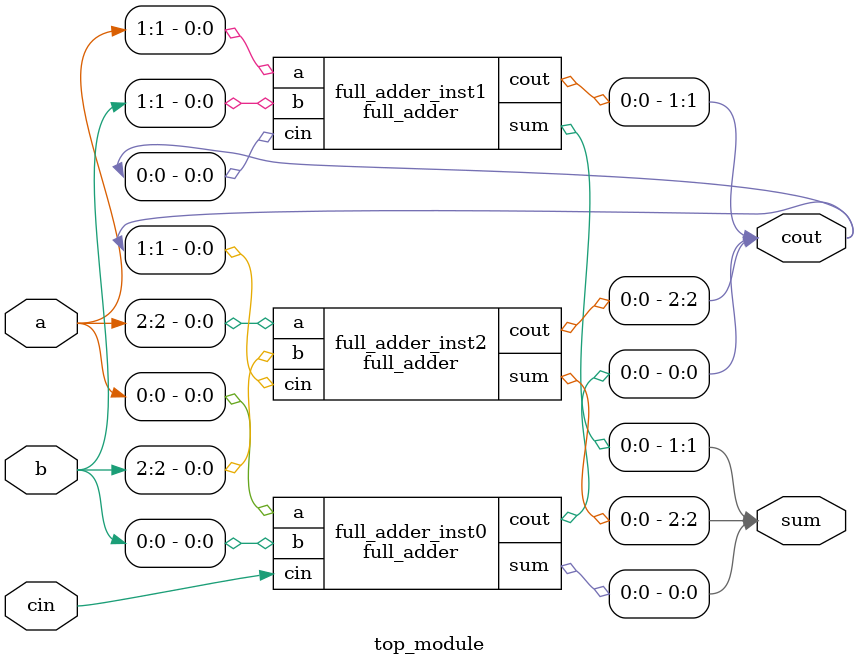
<source format=v>
module full_adder( 
    input a, b, cin,
    output cout, sum );
    assign cout = (a&b)|(a&cin)|(b&cin);
    assign sum = a^b^cin;
endmodule

module top_module( 
    input [2:0] a, b,
    input cin,
    output [2:0] cout,
    output [2:0] sum );
    full_adder full_adder_inst0(.a(a[0]),.b(b[0]),.cin(cin),.cout(cout[0]),.sum(sum[0]));
    full_adder full_adder_inst1(.a(a[1]),.b(b[1]),.cin(cout[0]),.cout(cout[1]),.sum(sum[1]));
    full_adder full_adder_inst2(.a(a[2]),.b(b[2]),.cin(cout[1]),.cout(cout[2]),.sum(sum[2]));


endmodule


</source>
